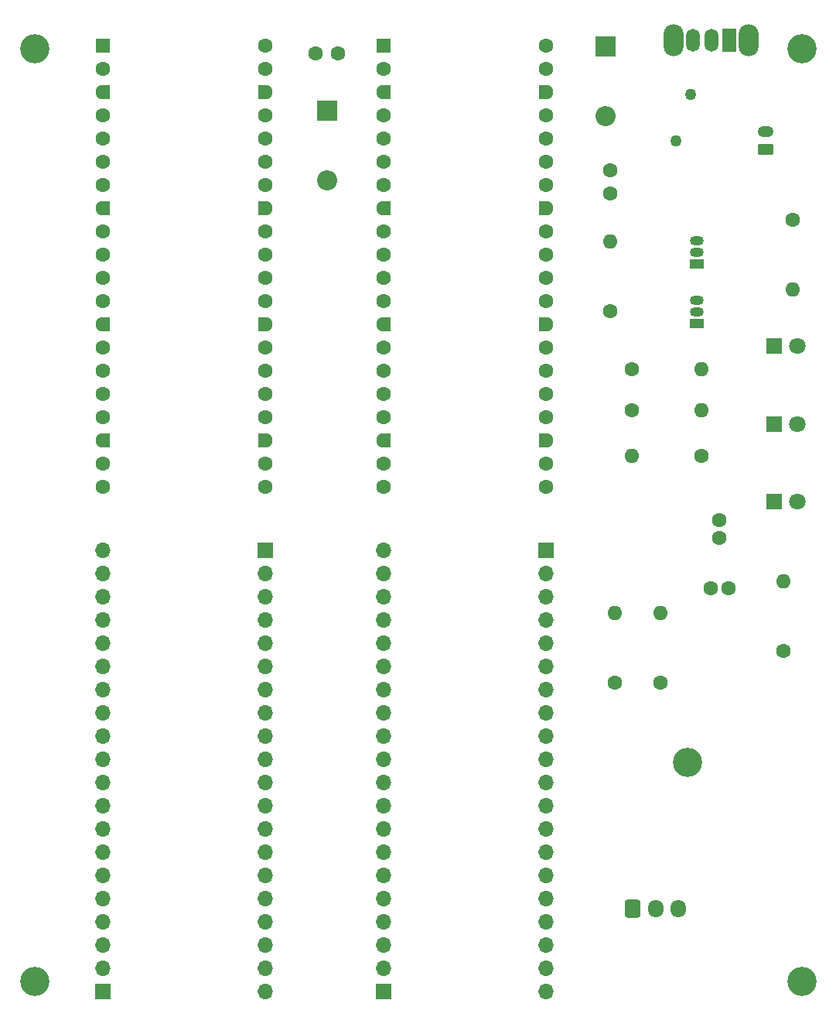
<source format=gbr>
%TF.GenerationSoftware,KiCad,Pcbnew,9.0.1*%
%TF.CreationDate,2025-10-25T16:54:00-04:00*%
%TF.ProjectId,Design V4.0,44657369-676e-4205-9634-2e302e6b6963,rev?*%
%TF.SameCoordinates,Original*%
%TF.FileFunction,Soldermask,Bot*%
%TF.FilePolarity,Negative*%
%FSLAX46Y46*%
G04 Gerber Fmt 4.6, Leading zero omitted, Abs format (unit mm)*
G04 Created by KiCad (PCBNEW 9.0.1) date 2025-10-25 16:54:00*
%MOMM*%
%LPD*%
G01*
G04 APERTURE LIST*
G04 Aperture macros list*
%AMRoundRect*
0 Rectangle with rounded corners*
0 $1 Rounding radius*
0 $2 $3 $4 $5 $6 $7 $8 $9 X,Y pos of 4 corners*
0 Add a 4 corners polygon primitive as box body*
4,1,4,$2,$3,$4,$5,$6,$7,$8,$9,$2,$3,0*
0 Add four circle primitives for the rounded corners*
1,1,$1+$1,$2,$3*
1,1,$1+$1,$4,$5*
1,1,$1+$1,$6,$7*
1,1,$1+$1,$8,$9*
0 Add four rect primitives between the rounded corners*
20,1,$1+$1,$2,$3,$4,$5,0*
20,1,$1+$1,$4,$5,$6,$7,0*
20,1,$1+$1,$6,$7,$8,$9,0*
20,1,$1+$1,$8,$9,$2,$3,0*%
%AMFreePoly0*
4,1,37,0.603843,0.796157,0.639018,0.796157,0.711114,0.766294,0.766294,0.711114,0.796157,0.639018,0.796157,0.603843,0.800000,0.600000,0.800000,-0.600000,0.796157,-0.603843,0.796157,-0.639018,0.766294,-0.711114,0.711114,-0.766294,0.639018,-0.796157,0.603843,-0.796157,0.600000,-0.800000,0.000000,-0.800000,0.000000,-0.796148,-0.078414,-0.796148,-0.232228,-0.765552,-0.377117,-0.705537,
-0.507515,-0.618408,-0.618408,-0.507515,-0.705537,-0.377117,-0.765552,-0.232228,-0.796148,-0.078414,-0.796148,0.078414,-0.765552,0.232228,-0.705537,0.377117,-0.618408,0.507515,-0.507515,0.618408,-0.377117,0.705537,-0.232228,0.765552,-0.078414,0.796148,0.000000,0.796148,0.000000,0.800000,0.600000,0.800000,0.603843,0.796157,0.603843,0.796157,$1*%
%AMFreePoly1*
4,1,37,0.000000,0.796148,0.078414,0.796148,0.232228,0.765552,0.377117,0.705537,0.507515,0.618408,0.618408,0.507515,0.705537,0.377117,0.765552,0.232228,0.796148,0.078414,0.796148,-0.078414,0.765552,-0.232228,0.705537,-0.377117,0.618408,-0.507515,0.507515,-0.618408,0.377117,-0.705537,0.232228,-0.765552,0.078414,-0.796148,0.000000,-0.796148,0.000000,-0.800000,-0.600000,-0.800000,
-0.603843,-0.796157,-0.639018,-0.796157,-0.711114,-0.766294,-0.766294,-0.711114,-0.796157,-0.639018,-0.796157,-0.603843,-0.800000,-0.600000,-0.800000,0.600000,-0.796157,0.603843,-0.796157,0.639018,-0.766294,0.711114,-0.711114,0.766294,-0.639018,0.796157,-0.603843,0.796157,-0.600000,0.800000,0.000000,0.800000,0.000000,0.796148,0.000000,0.796148,$1*%
G04 Aperture macros list end*
%ADD10C,1.600000*%
%ADD11O,1.600000X1.600000*%
%ADD12RoundRect,0.250000X-0.600000X-0.725000X0.600000X-0.725000X0.600000X0.725000X-0.600000X0.725000X0*%
%ADD13O,1.700000X1.950000*%
%ADD14R,1.800000X1.800000*%
%ADD15C,1.800000*%
%ADD16RoundRect,0.200000X-0.600000X-0.600000X0.600000X-0.600000X0.600000X0.600000X-0.600000X0.600000X0*%
%ADD17FreePoly0,0.000000*%
%ADD18FreePoly1,0.000000*%
%ADD19C,1.270000*%
%ADD20R,2.200000X2.200000*%
%ADD21O,2.200000X2.200000*%
%ADD22O,2.200000X3.500000*%
%ADD23R,1.500000X2.500000*%
%ADD24O,1.500000X2.500000*%
%ADD25R,1.700000X1.700000*%
%ADD26O,1.700000X1.700000*%
%ADD27C,3.200000*%
%ADD28RoundRect,0.250000X0.625000X-0.350000X0.625000X0.350000X-0.625000X0.350000X-0.625000X-0.350000X0*%
%ADD29O,1.750000X1.200000*%
%ADD30R,1.500000X1.050000*%
%ADD31O,1.500000X1.050000*%
G04 APERTURE END LIST*
D10*
%TO.C,R6*%
X224500000Y-61620000D03*
D11*
X224500000Y-54000000D03*
%TD*%
D12*
%TO.C,J7*%
X227000000Y-127000000D03*
D13*
X229500000Y-127000000D03*
X232000000Y-127000000D03*
%TD*%
D10*
%TO.C,R5*%
X244500000Y-51690000D03*
D11*
X244500000Y-59310000D03*
%TD*%
D14*
%TO.C,D4*%
X242460000Y-82500000D03*
D15*
X245000000Y-82500000D03*
%TD*%
D10*
%TO.C,R8*%
X234500000Y-77500000D03*
D11*
X226880000Y-77500000D03*
%TD*%
D16*
%TO.C,A1*%
X169000000Y-32600000D03*
D10*
X169000000Y-35140000D03*
D17*
X169000000Y-37680000D03*
D10*
X169000000Y-40220000D03*
X169000000Y-42760000D03*
X169000000Y-45300000D03*
X169000000Y-47840000D03*
D17*
X169000000Y-50380000D03*
D10*
X169000000Y-52920000D03*
X169000000Y-55460000D03*
X169000000Y-58000000D03*
X169000000Y-60540000D03*
D17*
X169000000Y-63080000D03*
D10*
X169000000Y-65620000D03*
X169000000Y-68160000D03*
X169000000Y-70700000D03*
X169000000Y-73240000D03*
D17*
X169000000Y-75780000D03*
D10*
X169000000Y-78320000D03*
X169000000Y-80860000D03*
X186780000Y-80860000D03*
X186780000Y-78320000D03*
D18*
X186780000Y-75780000D03*
D10*
X186780000Y-73240000D03*
X186780000Y-70700000D03*
X186780000Y-68160000D03*
X186780000Y-65620000D03*
D18*
X186780000Y-63080000D03*
D10*
X186780000Y-60540000D03*
X186780000Y-58000000D03*
X186780000Y-55460000D03*
X186780000Y-52920000D03*
D18*
X186780000Y-50380000D03*
D10*
X186780000Y-47840000D03*
X186780000Y-45300000D03*
X186780000Y-42760000D03*
X186780000Y-40220000D03*
D18*
X186780000Y-37680000D03*
D10*
X186780000Y-35140000D03*
X186780000Y-32600000D03*
%TD*%
D19*
%TO.C,F1*%
X231700000Y-43050000D03*
X233300000Y-37950000D03*
%TD*%
D10*
%TO.C,R2*%
X243500000Y-98810000D03*
D11*
X243500000Y-91190000D03*
%TD*%
D20*
%TO.C,D5*%
X193500000Y-39690000D03*
D21*
X193500000Y-47310000D03*
%TD*%
D22*
%TO.C,SW1*%
X239700000Y-32000000D03*
X231500000Y-32000000D03*
D23*
X237600000Y-32000000D03*
D24*
X235600000Y-32000000D03*
X233600000Y-32000000D03*
%TD*%
D10*
%TO.C,C4*%
X236500000Y-86500000D03*
X236500000Y-84500000D03*
%TD*%
%TO.C,C2*%
X224500000Y-48750000D03*
X224500000Y-46250000D03*
%TD*%
D25*
%TO.C,J4*%
X199720000Y-136060000D03*
D26*
X199720000Y-133520000D03*
X199720000Y-130980000D03*
X199720000Y-128440000D03*
X199720000Y-125900000D03*
X199720000Y-123360000D03*
X199720000Y-120820000D03*
X199720000Y-118280000D03*
X199720000Y-115740000D03*
X199720000Y-113200000D03*
X199720000Y-110660000D03*
X199720000Y-108120000D03*
X199720000Y-105580000D03*
X199720000Y-103040000D03*
X199720000Y-100500000D03*
X199720000Y-97960000D03*
X199720000Y-95420000D03*
X199720000Y-92880000D03*
X199720000Y-90340000D03*
X199720000Y-87800000D03*
%TD*%
D27*
%TO.C,H2*%
X245500000Y-33000000D03*
%TD*%
D25*
%TO.C,J3*%
X186780000Y-87860000D03*
D26*
X186780000Y-90400000D03*
X186780000Y-92940000D03*
X186780000Y-95480000D03*
X186780000Y-98020000D03*
X186780000Y-100560000D03*
X186780000Y-103100000D03*
X186780000Y-105640000D03*
X186780000Y-108180000D03*
X186780000Y-110720000D03*
X186780000Y-113260000D03*
X186780000Y-115800000D03*
X186780000Y-118340000D03*
X186780000Y-120880000D03*
X186780000Y-123420000D03*
X186780000Y-125960000D03*
X186780000Y-128500000D03*
X186780000Y-131040000D03*
X186780000Y-133580000D03*
X186780000Y-136120000D03*
%TD*%
D28*
%TO.C,J1*%
X241550000Y-44000000D03*
D29*
X241550000Y-42000000D03*
%TD*%
D10*
%TO.C,C1*%
X194750000Y-33500000D03*
X192250000Y-33500000D03*
%TD*%
D25*
%TO.C,J2*%
X169000000Y-136060000D03*
D26*
X169000000Y-133520000D03*
X169000000Y-130980000D03*
X169000000Y-128440000D03*
X169000000Y-125900000D03*
X169000000Y-123360000D03*
X169000000Y-120820000D03*
X169000000Y-118280000D03*
X169000000Y-115740000D03*
X169000000Y-113200000D03*
X169000000Y-110660000D03*
X169000000Y-108120000D03*
X169000000Y-105580000D03*
X169000000Y-103040000D03*
X169000000Y-100500000D03*
X169000000Y-97960000D03*
X169000000Y-95420000D03*
X169000000Y-92880000D03*
X169000000Y-90340000D03*
X169000000Y-87800000D03*
%TD*%
D10*
%TO.C,R1*%
X225000000Y-102310000D03*
D11*
X225000000Y-94690000D03*
%TD*%
D27*
%TO.C,H5*%
X233000000Y-111000000D03*
%TD*%
D10*
%TO.C,R7*%
X226880000Y-68000000D03*
D11*
X234500000Y-68000000D03*
%TD*%
D14*
%TO.C,D2*%
X242460000Y-65500000D03*
D15*
X245000000Y-65500000D03*
%TD*%
D27*
%TO.C,H1*%
X161500000Y-33000000D03*
%TD*%
D14*
%TO.C,D3*%
X242460000Y-74000000D03*
D15*
X245000000Y-74000000D03*
%TD*%
D10*
%TO.C,C3*%
X237500000Y-92000000D03*
X235500000Y-92000000D03*
%TD*%
D20*
%TO.C,D6*%
X224000000Y-32690000D03*
D21*
X224000000Y-40310000D03*
%TD*%
D30*
%TO.C,Q3*%
X234000000Y-56500000D03*
D31*
X234000000Y-55230000D03*
X234000000Y-53960000D03*
%TD*%
D10*
%TO.C,R3*%
X226880000Y-72500000D03*
D11*
X234500000Y-72500000D03*
%TD*%
D27*
%TO.C,H3*%
X245500000Y-135000000D03*
%TD*%
D25*
%TO.C,J5*%
X217500000Y-87860000D03*
D26*
X217500000Y-90400000D03*
X217500000Y-92940000D03*
X217500000Y-95480000D03*
X217500000Y-98020000D03*
X217500000Y-100560000D03*
X217500000Y-103100000D03*
X217500000Y-105640000D03*
X217500000Y-108180000D03*
X217500000Y-110720000D03*
X217500000Y-113260000D03*
X217500000Y-115800000D03*
X217500000Y-118340000D03*
X217500000Y-120880000D03*
X217500000Y-123420000D03*
X217500000Y-125960000D03*
X217500000Y-128500000D03*
X217500000Y-131040000D03*
X217500000Y-133580000D03*
X217500000Y-136120000D03*
%TD*%
D27*
%TO.C,H4*%
X161500000Y-135000000D03*
%TD*%
D16*
%TO.C,A2*%
X199720000Y-32600000D03*
D10*
X199720000Y-35140000D03*
D17*
X199720000Y-37680000D03*
D10*
X199720000Y-40220000D03*
X199720000Y-42760000D03*
X199720000Y-45300000D03*
X199720000Y-47840000D03*
D17*
X199720000Y-50380000D03*
D10*
X199720000Y-52920000D03*
X199720000Y-55460000D03*
X199720000Y-58000000D03*
X199720000Y-60540000D03*
D17*
X199720000Y-63080000D03*
D10*
X199720000Y-65620000D03*
X199720000Y-68160000D03*
X199720000Y-70700000D03*
X199720000Y-73240000D03*
D17*
X199720000Y-75780000D03*
D10*
X199720000Y-78320000D03*
X199720000Y-80860000D03*
X217500000Y-80860000D03*
X217500000Y-78320000D03*
D18*
X217500000Y-75780000D03*
D10*
X217500000Y-73240000D03*
X217500000Y-70700000D03*
X217500000Y-68160000D03*
X217500000Y-65620000D03*
D18*
X217500000Y-63080000D03*
D10*
X217500000Y-60540000D03*
X217500000Y-58000000D03*
X217500000Y-55460000D03*
X217500000Y-52920000D03*
D18*
X217500000Y-50380000D03*
D10*
X217500000Y-47840000D03*
X217500000Y-45300000D03*
X217500000Y-42760000D03*
X217500000Y-40220000D03*
D18*
X217500000Y-37680000D03*
D10*
X217500000Y-35140000D03*
X217500000Y-32600000D03*
%TD*%
D30*
%TO.C,Q4*%
X234000000Y-63000000D03*
D31*
X234000000Y-61730000D03*
X234000000Y-60460000D03*
%TD*%
D10*
%TO.C,R4*%
X230000000Y-102310000D03*
D11*
X230000000Y-94690000D03*
%TD*%
M02*

</source>
